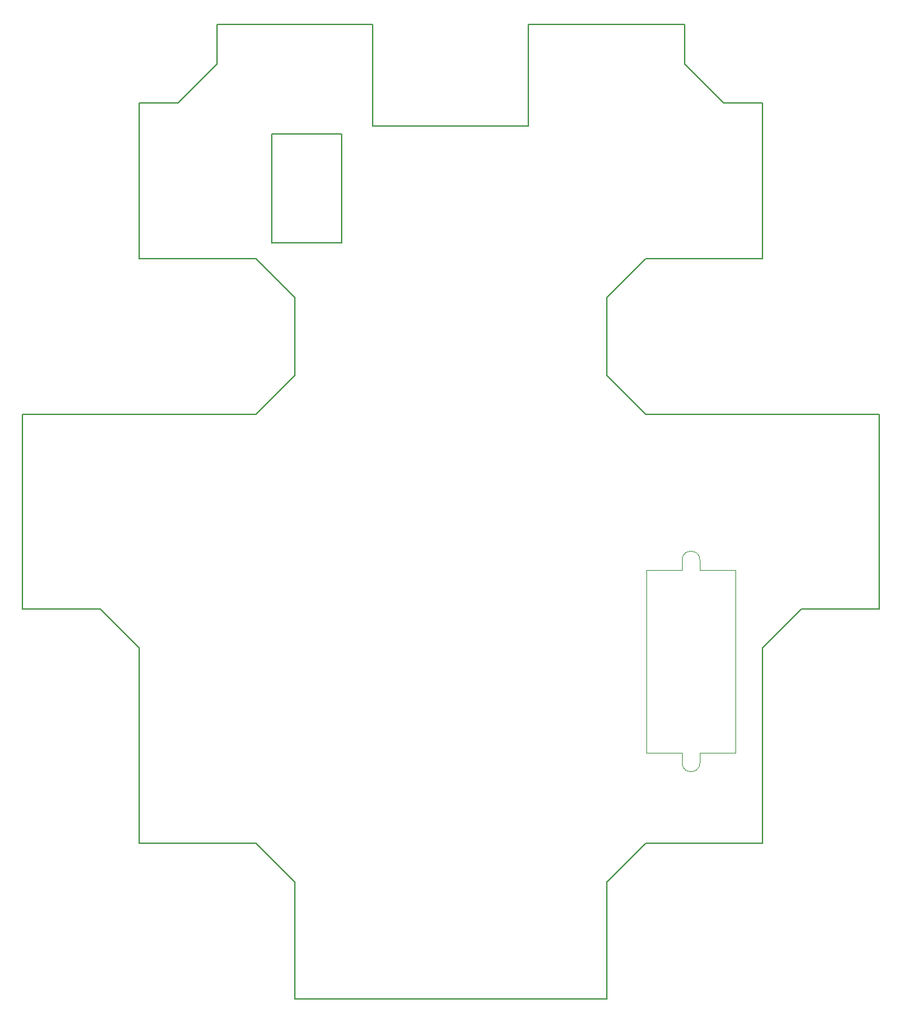
<source format=gbr>
%TF.GenerationSoftware,KiCad,Pcbnew,7.0.9*%
%TF.CreationDate,2024-06-25T19:44:48+09:00*%
%TF.ProjectId,05-PWR,30352d50-5752-42e6-9b69-6361645f7063,rev?*%
%TF.SameCoordinates,Original*%
%TF.FileFunction,Profile,NP*%
%FSLAX46Y46*%
G04 Gerber Fmt 4.6, Leading zero omitted, Abs format (unit mm)*
G04 Created by KiCad (PCBNEW 7.0.9) date 2024-06-25 19:44:48*
%MOMM*%
%LPD*%
G01*
G04 APERTURE LIST*
%TA.AperFunction,Profile*%
%ADD10C,0.200000*%
%TD*%
%TA.AperFunction,Profile*%
%ADD11C,0.050000*%
%TD*%
G04 APERTURE END LIST*
D10*
X256335000Y-28704998D02*
X256335000Y-23704999D01*
X196335000Y-23704999D02*
X196335000Y-28704998D01*
X171335000Y-98704999D02*
X181335000Y-98704999D01*
X201335000Y-53704999D02*
X206335000Y-58704999D01*
X216335000Y-36704999D02*
X216335000Y-23704999D01*
X236335000Y-23704999D02*
X236335000Y-36704999D01*
X266335000Y-53704999D02*
X266335000Y-33704999D01*
X246335000Y-68704999D02*
X246335000Y-58704999D01*
X201335000Y-73704999D02*
X171335000Y-73704999D01*
X196335000Y-28704998D02*
X191334999Y-33704998D01*
X206335000Y-68704999D02*
X201335000Y-73704999D01*
X266335000Y-128704999D02*
X266335000Y-103704999D01*
X206335000Y-133704999D02*
X206335000Y-148704999D01*
X236335000Y-36704999D02*
X216335000Y-36704999D01*
X266335000Y-103704999D02*
X271335000Y-98704999D01*
X186335000Y-128705000D02*
X201335000Y-128705000D01*
X212335000Y-51704999D02*
X203335000Y-51704999D01*
X206335000Y-148704999D02*
X246335000Y-148704999D01*
X171335000Y-73704999D02*
X171335000Y-98704999D01*
X216335000Y-23704999D02*
X196335000Y-23704999D01*
X281335000Y-98704999D02*
X281335000Y-73704999D01*
X246335000Y-148704999D02*
X246335000Y-133704999D01*
X186334999Y-53704999D02*
X201335000Y-53704999D01*
X266335000Y-33704999D02*
X261335000Y-33704999D01*
X256335000Y-23704999D02*
X236335000Y-23704999D01*
X186335000Y-103704999D02*
X186335000Y-128705000D01*
X246335000Y-133704999D02*
X251335000Y-128704999D01*
X201335000Y-128705000D02*
X206335000Y-133704999D01*
X203335000Y-51704999D02*
X203335000Y-37704998D01*
X251335000Y-53704999D02*
X266335000Y-53704999D01*
X261335000Y-33704999D02*
X256335000Y-28704998D01*
X212335000Y-37704998D02*
X212335000Y-51704999D01*
X281335000Y-73704999D02*
X251335000Y-73704999D01*
X203335000Y-37704998D02*
X212335000Y-37704998D01*
X246335000Y-58704999D02*
X251335000Y-53704999D01*
X251335000Y-128704999D02*
X266335000Y-128704999D01*
X271335000Y-98704999D02*
X281335000Y-98704999D01*
X181335000Y-98704999D02*
X186335000Y-103704999D01*
X191334999Y-33704998D02*
X186335000Y-33704999D01*
X251335000Y-73704999D02*
X246335000Y-68704999D01*
X206335000Y-58704999D02*
X206335000Y-68704999D01*
X186335000Y-33704999D02*
X186334999Y-53704999D01*
D11*
%TO.C,REF\u002A\u002A*%
X256025000Y-118410000D02*
X256025000Y-117160000D01*
X251425000Y-117160000D02*
X251425000Y-93660000D01*
X256025000Y-117160000D02*
X251425000Y-117160000D01*
X258325000Y-117160000D02*
X258325000Y-118410000D01*
X262925000Y-117160000D02*
X258325000Y-117160000D01*
X251425000Y-93660000D02*
X256025000Y-93660000D01*
X256025000Y-93660000D02*
X256025000Y-92410000D01*
X258325000Y-93660000D02*
X262925000Y-93660000D01*
X262925000Y-93660000D02*
X262925000Y-117160000D01*
X258325000Y-92410000D02*
X258325000Y-93660000D01*
X256025000Y-118410000D02*
G75*
G03*
X258325000Y-118410000I1150000J0D01*
G01*
X258325000Y-92410000D02*
G75*
G03*
X256025000Y-92410000I-1150000J0D01*
G01*
%TD*%
M02*

</source>
